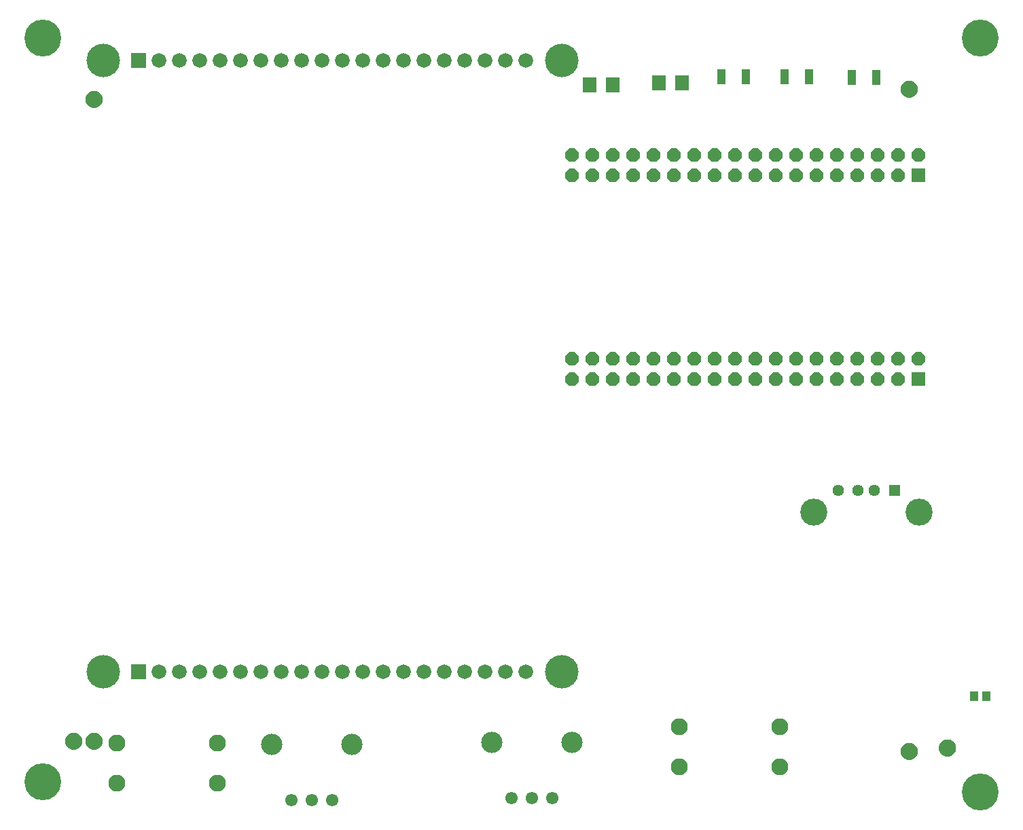
<source format=gbr>
G04 EAGLE Gerber RS-274X export*
G75*
%MOMM*%
%FSLAX34Y34*%
%LPD*%
%INSoldermask Top*%
%IPPOS*%
%AMOC8*
5,1,8,0,0,1.08239X$1,22.5*%
G01*
G04 Define Apertures*
%ADD10R,1.676400X1.676400*%
%ADD11P,1.81452X8X202.5*%
%ADD12R,1.440400X1.440400*%
%ADD13C,1.440400*%
%ADD14C,3.372400*%
%ADD15R,1.828800X1.828800*%
%ADD16C,1.828800*%
%ADD17C,4.168400*%
%ADD18C,1.552400*%
%ADD19C,2.652400*%
%ADD20C,2.112400*%
%ADD21R,1.752400X1.955400*%
%ADD22C,4.597400*%
%ADD23C,0.609600*%
%ADD24C,1.168400*%
%ADD25R,1.102359X1.183641*%
%ADD26R,1.114200X1.864200*%
D10*
X1141728Y552575D03*
D11*
X1141728Y577975D03*
X1116328Y552575D03*
X1116328Y577975D03*
X1090928Y552575D03*
X1090928Y577975D03*
X1065528Y552575D03*
X1065528Y577975D03*
X1040128Y552575D03*
X1040128Y577975D03*
X1014728Y552575D03*
X1014728Y577975D03*
X989328Y552575D03*
X989328Y577975D03*
X963928Y552575D03*
X963928Y577975D03*
X938528Y552575D03*
X938528Y577975D03*
X913128Y552575D03*
X913128Y577975D03*
X887728Y552575D03*
X887728Y577975D03*
X862328Y552575D03*
X862328Y577975D03*
X836928Y552575D03*
X836928Y577975D03*
X811528Y552575D03*
X811528Y577975D03*
X786128Y552575D03*
X786128Y577975D03*
X760728Y552575D03*
X760728Y577975D03*
X735328Y552575D03*
X735328Y577975D03*
X709928Y552575D03*
X709928Y577975D03*
D10*
X1141728Y806575D03*
D11*
X1141728Y831975D03*
X1116328Y806575D03*
X1116328Y831975D03*
X1090928Y806575D03*
X1090928Y831975D03*
X1065528Y806575D03*
X1065528Y831975D03*
X1040128Y806575D03*
X1040128Y831975D03*
X1014728Y806575D03*
X1014728Y831975D03*
X989328Y806575D03*
X989328Y831975D03*
X963928Y806575D03*
X963928Y831975D03*
X938528Y806575D03*
X938528Y831975D03*
X913128Y806575D03*
X913128Y831975D03*
X887728Y806575D03*
X887728Y831975D03*
X862328Y806575D03*
X862328Y831975D03*
X836928Y806575D03*
X836928Y831975D03*
X811528Y806575D03*
X811528Y831975D03*
X786128Y806575D03*
X786128Y831975D03*
X760728Y806575D03*
X760728Y831975D03*
X735328Y806575D03*
X735328Y831975D03*
X709928Y806575D03*
X709928Y831975D03*
D12*
X1112088Y413763D03*
D13*
X1087088Y413763D03*
X1067088Y413763D03*
X1042088Y413763D03*
D14*
X1142788Y386663D03*
X1011388Y386663D03*
D15*
X170180Y949960D03*
D16*
X195580Y949960D03*
X220980Y949960D03*
X246380Y949960D03*
X271780Y949960D03*
X297180Y949960D03*
X322580Y949960D03*
X347980Y949960D03*
X373380Y949960D03*
X398780Y949960D03*
X424180Y949960D03*
X449580Y949960D03*
X474980Y949960D03*
X500380Y949960D03*
X525780Y949960D03*
X551180Y949960D03*
X576580Y949960D03*
X601980Y949960D03*
X627380Y949960D03*
X652780Y949960D03*
D15*
X170180Y187960D03*
D16*
X195580Y187960D03*
X220980Y187960D03*
X246380Y187960D03*
X271780Y187960D03*
X297180Y187960D03*
X322580Y187960D03*
X347980Y187960D03*
X373380Y187960D03*
X398780Y187960D03*
X424180Y187960D03*
X449580Y187960D03*
X474980Y187960D03*
X500380Y187960D03*
X525780Y187960D03*
X551180Y187960D03*
X576580Y187960D03*
X601980Y187960D03*
X627380Y187960D03*
X652780Y187960D03*
D17*
X125730Y187960D03*
X697230Y187960D03*
X125730Y949960D03*
X697230Y949960D03*
D18*
X361080Y27320D03*
X386080Y27320D03*
X411080Y27320D03*
D19*
X336080Y97320D03*
X436080Y97320D03*
D18*
X635400Y29860D03*
X660400Y29860D03*
X685400Y29860D03*
D19*
X610400Y99860D03*
X710400Y99860D03*
D20*
X268240Y98660D03*
X268240Y48660D03*
X143240Y48660D03*
X143240Y98660D03*
X969280Y118980D03*
X969280Y68980D03*
X844280Y68980D03*
X844280Y118980D03*
D21*
X732540Y919480D03*
X760980Y919480D03*
X818900Y922020D03*
X847340Y922020D03*
D22*
X50800Y50800D03*
X50800Y977900D03*
X1219200Y977900D03*
X1219200Y38100D03*
D23*
X1170334Y93029D02*
X1170336Y93216D01*
X1170343Y93403D01*
X1170355Y93590D01*
X1170371Y93776D01*
X1170391Y93962D01*
X1170416Y94147D01*
X1170446Y94332D01*
X1170480Y94516D01*
X1170519Y94699D01*
X1170562Y94881D01*
X1170610Y95061D01*
X1170662Y95241D01*
X1170719Y95419D01*
X1170779Y95596D01*
X1170845Y95771D01*
X1170914Y95945D01*
X1170988Y96117D01*
X1171066Y96287D01*
X1171148Y96455D01*
X1171234Y96621D01*
X1171324Y96785D01*
X1171418Y96946D01*
X1171516Y97106D01*
X1171618Y97262D01*
X1171724Y97417D01*
X1171834Y97568D01*
X1171947Y97717D01*
X1172064Y97863D01*
X1172184Y98006D01*
X1172308Y98146D01*
X1172435Y98283D01*
X1172566Y98417D01*
X1172700Y98548D01*
X1172837Y98675D01*
X1172977Y98799D01*
X1173120Y98919D01*
X1173266Y99036D01*
X1173415Y99149D01*
X1173566Y99259D01*
X1173721Y99365D01*
X1173877Y99467D01*
X1174037Y99565D01*
X1174198Y99659D01*
X1174362Y99749D01*
X1174528Y99835D01*
X1174696Y99917D01*
X1174866Y99995D01*
X1175038Y100069D01*
X1175212Y100138D01*
X1175387Y100204D01*
X1175564Y100264D01*
X1175742Y100321D01*
X1175922Y100373D01*
X1176102Y100421D01*
X1176284Y100464D01*
X1176467Y100503D01*
X1176651Y100537D01*
X1176836Y100567D01*
X1177021Y100592D01*
X1177207Y100612D01*
X1177393Y100628D01*
X1177580Y100640D01*
X1177767Y100647D01*
X1177954Y100649D01*
X1178141Y100647D01*
X1178328Y100640D01*
X1178515Y100628D01*
X1178701Y100612D01*
X1178887Y100592D01*
X1179072Y100567D01*
X1179257Y100537D01*
X1179441Y100503D01*
X1179624Y100464D01*
X1179806Y100421D01*
X1179986Y100373D01*
X1180166Y100321D01*
X1180344Y100264D01*
X1180521Y100204D01*
X1180696Y100138D01*
X1180870Y100069D01*
X1181042Y99995D01*
X1181212Y99917D01*
X1181380Y99835D01*
X1181546Y99749D01*
X1181710Y99659D01*
X1181871Y99565D01*
X1182031Y99467D01*
X1182187Y99365D01*
X1182342Y99259D01*
X1182493Y99149D01*
X1182642Y99036D01*
X1182788Y98919D01*
X1182931Y98799D01*
X1183071Y98675D01*
X1183208Y98548D01*
X1183342Y98417D01*
X1183473Y98283D01*
X1183600Y98146D01*
X1183724Y98006D01*
X1183844Y97863D01*
X1183961Y97717D01*
X1184074Y97568D01*
X1184184Y97417D01*
X1184290Y97262D01*
X1184392Y97106D01*
X1184490Y96946D01*
X1184584Y96785D01*
X1184674Y96621D01*
X1184760Y96455D01*
X1184842Y96287D01*
X1184920Y96117D01*
X1184994Y95945D01*
X1185063Y95771D01*
X1185129Y95596D01*
X1185189Y95419D01*
X1185246Y95241D01*
X1185298Y95061D01*
X1185346Y94881D01*
X1185389Y94699D01*
X1185428Y94516D01*
X1185462Y94332D01*
X1185492Y94147D01*
X1185517Y93962D01*
X1185537Y93776D01*
X1185553Y93590D01*
X1185565Y93403D01*
X1185572Y93216D01*
X1185574Y93029D01*
X1185572Y92842D01*
X1185565Y92655D01*
X1185553Y92468D01*
X1185537Y92282D01*
X1185517Y92096D01*
X1185492Y91911D01*
X1185462Y91726D01*
X1185428Y91542D01*
X1185389Y91359D01*
X1185346Y91177D01*
X1185298Y90997D01*
X1185246Y90817D01*
X1185189Y90639D01*
X1185129Y90462D01*
X1185063Y90287D01*
X1184994Y90113D01*
X1184920Y89941D01*
X1184842Y89771D01*
X1184760Y89603D01*
X1184674Y89437D01*
X1184584Y89273D01*
X1184490Y89112D01*
X1184392Y88952D01*
X1184290Y88796D01*
X1184184Y88641D01*
X1184074Y88490D01*
X1183961Y88341D01*
X1183844Y88195D01*
X1183724Y88052D01*
X1183600Y87912D01*
X1183473Y87775D01*
X1183342Y87641D01*
X1183208Y87510D01*
X1183071Y87383D01*
X1182931Y87259D01*
X1182788Y87139D01*
X1182642Y87022D01*
X1182493Y86909D01*
X1182342Y86799D01*
X1182187Y86693D01*
X1182031Y86591D01*
X1181871Y86493D01*
X1181710Y86399D01*
X1181546Y86309D01*
X1181380Y86223D01*
X1181212Y86141D01*
X1181042Y86063D01*
X1180870Y85989D01*
X1180696Y85920D01*
X1180521Y85854D01*
X1180344Y85794D01*
X1180166Y85737D01*
X1179986Y85685D01*
X1179806Y85637D01*
X1179624Y85594D01*
X1179441Y85555D01*
X1179257Y85521D01*
X1179072Y85491D01*
X1178887Y85466D01*
X1178701Y85446D01*
X1178515Y85430D01*
X1178328Y85418D01*
X1178141Y85411D01*
X1177954Y85409D01*
X1177767Y85411D01*
X1177580Y85418D01*
X1177393Y85430D01*
X1177207Y85446D01*
X1177021Y85466D01*
X1176836Y85491D01*
X1176651Y85521D01*
X1176467Y85555D01*
X1176284Y85594D01*
X1176102Y85637D01*
X1175922Y85685D01*
X1175742Y85737D01*
X1175564Y85794D01*
X1175387Y85854D01*
X1175212Y85920D01*
X1175038Y85989D01*
X1174866Y86063D01*
X1174696Y86141D01*
X1174528Y86223D01*
X1174362Y86309D01*
X1174198Y86399D01*
X1174037Y86493D01*
X1173877Y86591D01*
X1173721Y86693D01*
X1173566Y86799D01*
X1173415Y86909D01*
X1173266Y87022D01*
X1173120Y87139D01*
X1172977Y87259D01*
X1172837Y87383D01*
X1172700Y87510D01*
X1172566Y87641D01*
X1172435Y87775D01*
X1172308Y87912D01*
X1172184Y88052D01*
X1172064Y88195D01*
X1171947Y88341D01*
X1171834Y88490D01*
X1171724Y88641D01*
X1171618Y88796D01*
X1171516Y88952D01*
X1171418Y89112D01*
X1171324Y89273D01*
X1171234Y89437D01*
X1171148Y89603D01*
X1171066Y89771D01*
X1170988Y89941D01*
X1170914Y90113D01*
X1170845Y90287D01*
X1170779Y90462D01*
X1170719Y90639D01*
X1170662Y90817D01*
X1170610Y90997D01*
X1170562Y91177D01*
X1170519Y91359D01*
X1170480Y91542D01*
X1170446Y91726D01*
X1170416Y91911D01*
X1170391Y92096D01*
X1170371Y92282D01*
X1170355Y92468D01*
X1170343Y92655D01*
X1170336Y92842D01*
X1170334Y93029D01*
D24*
X1177954Y93029D03*
D23*
X81280Y101600D02*
X81282Y101787D01*
X81289Y101974D01*
X81301Y102161D01*
X81317Y102347D01*
X81337Y102533D01*
X81362Y102718D01*
X81392Y102903D01*
X81426Y103087D01*
X81465Y103270D01*
X81508Y103452D01*
X81556Y103632D01*
X81608Y103812D01*
X81665Y103990D01*
X81725Y104167D01*
X81791Y104342D01*
X81860Y104516D01*
X81934Y104688D01*
X82012Y104858D01*
X82094Y105026D01*
X82180Y105192D01*
X82270Y105356D01*
X82364Y105517D01*
X82462Y105677D01*
X82564Y105833D01*
X82670Y105988D01*
X82780Y106139D01*
X82893Y106288D01*
X83010Y106434D01*
X83130Y106577D01*
X83254Y106717D01*
X83381Y106854D01*
X83512Y106988D01*
X83646Y107119D01*
X83783Y107246D01*
X83923Y107370D01*
X84066Y107490D01*
X84212Y107607D01*
X84361Y107720D01*
X84512Y107830D01*
X84667Y107936D01*
X84823Y108038D01*
X84983Y108136D01*
X85144Y108230D01*
X85308Y108320D01*
X85474Y108406D01*
X85642Y108488D01*
X85812Y108566D01*
X85984Y108640D01*
X86158Y108709D01*
X86333Y108775D01*
X86510Y108835D01*
X86688Y108892D01*
X86868Y108944D01*
X87048Y108992D01*
X87230Y109035D01*
X87413Y109074D01*
X87597Y109108D01*
X87782Y109138D01*
X87967Y109163D01*
X88153Y109183D01*
X88339Y109199D01*
X88526Y109211D01*
X88713Y109218D01*
X88900Y109220D01*
X89087Y109218D01*
X89274Y109211D01*
X89461Y109199D01*
X89647Y109183D01*
X89833Y109163D01*
X90018Y109138D01*
X90203Y109108D01*
X90387Y109074D01*
X90570Y109035D01*
X90752Y108992D01*
X90932Y108944D01*
X91112Y108892D01*
X91290Y108835D01*
X91467Y108775D01*
X91642Y108709D01*
X91816Y108640D01*
X91988Y108566D01*
X92158Y108488D01*
X92326Y108406D01*
X92492Y108320D01*
X92656Y108230D01*
X92817Y108136D01*
X92977Y108038D01*
X93133Y107936D01*
X93288Y107830D01*
X93439Y107720D01*
X93588Y107607D01*
X93734Y107490D01*
X93877Y107370D01*
X94017Y107246D01*
X94154Y107119D01*
X94288Y106988D01*
X94419Y106854D01*
X94546Y106717D01*
X94670Y106577D01*
X94790Y106434D01*
X94907Y106288D01*
X95020Y106139D01*
X95130Y105988D01*
X95236Y105833D01*
X95338Y105677D01*
X95436Y105517D01*
X95530Y105356D01*
X95620Y105192D01*
X95706Y105026D01*
X95788Y104858D01*
X95866Y104688D01*
X95940Y104516D01*
X96009Y104342D01*
X96075Y104167D01*
X96135Y103990D01*
X96192Y103812D01*
X96244Y103632D01*
X96292Y103452D01*
X96335Y103270D01*
X96374Y103087D01*
X96408Y102903D01*
X96438Y102718D01*
X96463Y102533D01*
X96483Y102347D01*
X96499Y102161D01*
X96511Y101974D01*
X96518Y101787D01*
X96520Y101600D01*
X96518Y101413D01*
X96511Y101226D01*
X96499Y101039D01*
X96483Y100853D01*
X96463Y100667D01*
X96438Y100482D01*
X96408Y100297D01*
X96374Y100113D01*
X96335Y99930D01*
X96292Y99748D01*
X96244Y99568D01*
X96192Y99388D01*
X96135Y99210D01*
X96075Y99033D01*
X96009Y98858D01*
X95940Y98684D01*
X95866Y98512D01*
X95788Y98342D01*
X95706Y98174D01*
X95620Y98008D01*
X95530Y97844D01*
X95436Y97683D01*
X95338Y97523D01*
X95236Y97367D01*
X95130Y97212D01*
X95020Y97061D01*
X94907Y96912D01*
X94790Y96766D01*
X94670Y96623D01*
X94546Y96483D01*
X94419Y96346D01*
X94288Y96212D01*
X94154Y96081D01*
X94017Y95954D01*
X93877Y95830D01*
X93734Y95710D01*
X93588Y95593D01*
X93439Y95480D01*
X93288Y95370D01*
X93133Y95264D01*
X92977Y95162D01*
X92817Y95064D01*
X92656Y94970D01*
X92492Y94880D01*
X92326Y94794D01*
X92158Y94712D01*
X91988Y94634D01*
X91816Y94560D01*
X91642Y94491D01*
X91467Y94425D01*
X91290Y94365D01*
X91112Y94308D01*
X90932Y94256D01*
X90752Y94208D01*
X90570Y94165D01*
X90387Y94126D01*
X90203Y94092D01*
X90018Y94062D01*
X89833Y94037D01*
X89647Y94017D01*
X89461Y94001D01*
X89274Y93989D01*
X89087Y93982D01*
X88900Y93980D01*
X88713Y93982D01*
X88526Y93989D01*
X88339Y94001D01*
X88153Y94017D01*
X87967Y94037D01*
X87782Y94062D01*
X87597Y94092D01*
X87413Y94126D01*
X87230Y94165D01*
X87048Y94208D01*
X86868Y94256D01*
X86688Y94308D01*
X86510Y94365D01*
X86333Y94425D01*
X86158Y94491D01*
X85984Y94560D01*
X85812Y94634D01*
X85642Y94712D01*
X85474Y94794D01*
X85308Y94880D01*
X85144Y94970D01*
X84983Y95064D01*
X84823Y95162D01*
X84667Y95264D01*
X84512Y95370D01*
X84361Y95480D01*
X84212Y95593D01*
X84066Y95710D01*
X83923Y95830D01*
X83783Y95954D01*
X83646Y96081D01*
X83512Y96212D01*
X83381Y96346D01*
X83254Y96483D01*
X83130Y96623D01*
X83010Y96766D01*
X82893Y96912D01*
X82780Y97061D01*
X82670Y97212D01*
X82564Y97367D01*
X82462Y97523D01*
X82364Y97683D01*
X82270Y97844D01*
X82180Y98008D01*
X82094Y98174D01*
X82012Y98342D01*
X81934Y98512D01*
X81860Y98684D01*
X81791Y98858D01*
X81725Y99033D01*
X81665Y99210D01*
X81608Y99388D01*
X81556Y99568D01*
X81508Y99748D01*
X81465Y99930D01*
X81426Y100113D01*
X81392Y100297D01*
X81362Y100482D01*
X81337Y100667D01*
X81317Y100853D01*
X81301Y101039D01*
X81289Y101226D01*
X81282Y101413D01*
X81280Y101600D01*
D24*
X88900Y101600D03*
D23*
X106680Y901700D02*
X106682Y901887D01*
X106689Y902074D01*
X106701Y902261D01*
X106717Y902447D01*
X106737Y902633D01*
X106762Y902818D01*
X106792Y903003D01*
X106826Y903187D01*
X106865Y903370D01*
X106908Y903552D01*
X106956Y903732D01*
X107008Y903912D01*
X107065Y904090D01*
X107125Y904267D01*
X107191Y904442D01*
X107260Y904616D01*
X107334Y904788D01*
X107412Y904958D01*
X107494Y905126D01*
X107580Y905292D01*
X107670Y905456D01*
X107764Y905617D01*
X107862Y905777D01*
X107964Y905933D01*
X108070Y906088D01*
X108180Y906239D01*
X108293Y906388D01*
X108410Y906534D01*
X108530Y906677D01*
X108654Y906817D01*
X108781Y906954D01*
X108912Y907088D01*
X109046Y907219D01*
X109183Y907346D01*
X109323Y907470D01*
X109466Y907590D01*
X109612Y907707D01*
X109761Y907820D01*
X109912Y907930D01*
X110067Y908036D01*
X110223Y908138D01*
X110383Y908236D01*
X110544Y908330D01*
X110708Y908420D01*
X110874Y908506D01*
X111042Y908588D01*
X111212Y908666D01*
X111384Y908740D01*
X111558Y908809D01*
X111733Y908875D01*
X111910Y908935D01*
X112088Y908992D01*
X112268Y909044D01*
X112448Y909092D01*
X112630Y909135D01*
X112813Y909174D01*
X112997Y909208D01*
X113182Y909238D01*
X113367Y909263D01*
X113553Y909283D01*
X113739Y909299D01*
X113926Y909311D01*
X114113Y909318D01*
X114300Y909320D01*
X114487Y909318D01*
X114674Y909311D01*
X114861Y909299D01*
X115047Y909283D01*
X115233Y909263D01*
X115418Y909238D01*
X115603Y909208D01*
X115787Y909174D01*
X115970Y909135D01*
X116152Y909092D01*
X116332Y909044D01*
X116512Y908992D01*
X116690Y908935D01*
X116867Y908875D01*
X117042Y908809D01*
X117216Y908740D01*
X117388Y908666D01*
X117558Y908588D01*
X117726Y908506D01*
X117892Y908420D01*
X118056Y908330D01*
X118217Y908236D01*
X118377Y908138D01*
X118533Y908036D01*
X118688Y907930D01*
X118839Y907820D01*
X118988Y907707D01*
X119134Y907590D01*
X119277Y907470D01*
X119417Y907346D01*
X119554Y907219D01*
X119688Y907088D01*
X119819Y906954D01*
X119946Y906817D01*
X120070Y906677D01*
X120190Y906534D01*
X120307Y906388D01*
X120420Y906239D01*
X120530Y906088D01*
X120636Y905933D01*
X120738Y905777D01*
X120836Y905617D01*
X120930Y905456D01*
X121020Y905292D01*
X121106Y905126D01*
X121188Y904958D01*
X121266Y904788D01*
X121340Y904616D01*
X121409Y904442D01*
X121475Y904267D01*
X121535Y904090D01*
X121592Y903912D01*
X121644Y903732D01*
X121692Y903552D01*
X121735Y903370D01*
X121774Y903187D01*
X121808Y903003D01*
X121838Y902818D01*
X121863Y902633D01*
X121883Y902447D01*
X121899Y902261D01*
X121911Y902074D01*
X121918Y901887D01*
X121920Y901700D01*
X121918Y901513D01*
X121911Y901326D01*
X121899Y901139D01*
X121883Y900953D01*
X121863Y900767D01*
X121838Y900582D01*
X121808Y900397D01*
X121774Y900213D01*
X121735Y900030D01*
X121692Y899848D01*
X121644Y899668D01*
X121592Y899488D01*
X121535Y899310D01*
X121475Y899133D01*
X121409Y898958D01*
X121340Y898784D01*
X121266Y898612D01*
X121188Y898442D01*
X121106Y898274D01*
X121020Y898108D01*
X120930Y897944D01*
X120836Y897783D01*
X120738Y897623D01*
X120636Y897467D01*
X120530Y897312D01*
X120420Y897161D01*
X120307Y897012D01*
X120190Y896866D01*
X120070Y896723D01*
X119946Y896583D01*
X119819Y896446D01*
X119688Y896312D01*
X119554Y896181D01*
X119417Y896054D01*
X119277Y895930D01*
X119134Y895810D01*
X118988Y895693D01*
X118839Y895580D01*
X118688Y895470D01*
X118533Y895364D01*
X118377Y895262D01*
X118217Y895164D01*
X118056Y895070D01*
X117892Y894980D01*
X117726Y894894D01*
X117558Y894812D01*
X117388Y894734D01*
X117216Y894660D01*
X117042Y894591D01*
X116867Y894525D01*
X116690Y894465D01*
X116512Y894408D01*
X116332Y894356D01*
X116152Y894308D01*
X115970Y894265D01*
X115787Y894226D01*
X115603Y894192D01*
X115418Y894162D01*
X115233Y894137D01*
X115047Y894117D01*
X114861Y894101D01*
X114674Y894089D01*
X114487Y894082D01*
X114300Y894080D01*
X114113Y894082D01*
X113926Y894089D01*
X113739Y894101D01*
X113553Y894117D01*
X113367Y894137D01*
X113182Y894162D01*
X112997Y894192D01*
X112813Y894226D01*
X112630Y894265D01*
X112448Y894308D01*
X112268Y894356D01*
X112088Y894408D01*
X111910Y894465D01*
X111733Y894525D01*
X111558Y894591D01*
X111384Y894660D01*
X111212Y894734D01*
X111042Y894812D01*
X110874Y894894D01*
X110708Y894980D01*
X110544Y895070D01*
X110383Y895164D01*
X110223Y895262D01*
X110067Y895364D01*
X109912Y895470D01*
X109761Y895580D01*
X109612Y895693D01*
X109466Y895810D01*
X109323Y895930D01*
X109183Y896054D01*
X109046Y896181D01*
X108912Y896312D01*
X108781Y896446D01*
X108654Y896583D01*
X108530Y896723D01*
X108410Y896866D01*
X108293Y897012D01*
X108180Y897161D01*
X108070Y897312D01*
X107964Y897467D01*
X107862Y897623D01*
X107764Y897783D01*
X107670Y897944D01*
X107580Y898108D01*
X107494Y898274D01*
X107412Y898442D01*
X107334Y898612D01*
X107260Y898784D01*
X107191Y898958D01*
X107125Y899133D01*
X107065Y899310D01*
X107008Y899488D01*
X106956Y899668D01*
X106908Y899848D01*
X106865Y900030D01*
X106826Y900213D01*
X106792Y900397D01*
X106762Y900582D01*
X106737Y900767D01*
X106717Y900953D01*
X106701Y901139D01*
X106689Y901326D01*
X106682Y901513D01*
X106680Y901700D01*
D24*
X114300Y901700D03*
D23*
X1122680Y88900D02*
X1122682Y89087D01*
X1122689Y89274D01*
X1122701Y89461D01*
X1122717Y89647D01*
X1122737Y89833D01*
X1122762Y90018D01*
X1122792Y90203D01*
X1122826Y90387D01*
X1122865Y90570D01*
X1122908Y90752D01*
X1122956Y90932D01*
X1123008Y91112D01*
X1123065Y91290D01*
X1123125Y91467D01*
X1123191Y91642D01*
X1123260Y91816D01*
X1123334Y91988D01*
X1123412Y92158D01*
X1123494Y92326D01*
X1123580Y92492D01*
X1123670Y92656D01*
X1123764Y92817D01*
X1123862Y92977D01*
X1123964Y93133D01*
X1124070Y93288D01*
X1124180Y93439D01*
X1124293Y93588D01*
X1124410Y93734D01*
X1124530Y93877D01*
X1124654Y94017D01*
X1124781Y94154D01*
X1124912Y94288D01*
X1125046Y94419D01*
X1125183Y94546D01*
X1125323Y94670D01*
X1125466Y94790D01*
X1125612Y94907D01*
X1125761Y95020D01*
X1125912Y95130D01*
X1126067Y95236D01*
X1126223Y95338D01*
X1126383Y95436D01*
X1126544Y95530D01*
X1126708Y95620D01*
X1126874Y95706D01*
X1127042Y95788D01*
X1127212Y95866D01*
X1127384Y95940D01*
X1127558Y96009D01*
X1127733Y96075D01*
X1127910Y96135D01*
X1128088Y96192D01*
X1128268Y96244D01*
X1128448Y96292D01*
X1128630Y96335D01*
X1128813Y96374D01*
X1128997Y96408D01*
X1129182Y96438D01*
X1129367Y96463D01*
X1129553Y96483D01*
X1129739Y96499D01*
X1129926Y96511D01*
X1130113Y96518D01*
X1130300Y96520D01*
X1130487Y96518D01*
X1130674Y96511D01*
X1130861Y96499D01*
X1131047Y96483D01*
X1131233Y96463D01*
X1131418Y96438D01*
X1131603Y96408D01*
X1131787Y96374D01*
X1131970Y96335D01*
X1132152Y96292D01*
X1132332Y96244D01*
X1132512Y96192D01*
X1132690Y96135D01*
X1132867Y96075D01*
X1133042Y96009D01*
X1133216Y95940D01*
X1133388Y95866D01*
X1133558Y95788D01*
X1133726Y95706D01*
X1133892Y95620D01*
X1134056Y95530D01*
X1134217Y95436D01*
X1134377Y95338D01*
X1134533Y95236D01*
X1134688Y95130D01*
X1134839Y95020D01*
X1134988Y94907D01*
X1135134Y94790D01*
X1135277Y94670D01*
X1135417Y94546D01*
X1135554Y94419D01*
X1135688Y94288D01*
X1135819Y94154D01*
X1135946Y94017D01*
X1136070Y93877D01*
X1136190Y93734D01*
X1136307Y93588D01*
X1136420Y93439D01*
X1136530Y93288D01*
X1136636Y93133D01*
X1136738Y92977D01*
X1136836Y92817D01*
X1136930Y92656D01*
X1137020Y92492D01*
X1137106Y92326D01*
X1137188Y92158D01*
X1137266Y91988D01*
X1137340Y91816D01*
X1137409Y91642D01*
X1137475Y91467D01*
X1137535Y91290D01*
X1137592Y91112D01*
X1137644Y90932D01*
X1137692Y90752D01*
X1137735Y90570D01*
X1137774Y90387D01*
X1137808Y90203D01*
X1137838Y90018D01*
X1137863Y89833D01*
X1137883Y89647D01*
X1137899Y89461D01*
X1137911Y89274D01*
X1137918Y89087D01*
X1137920Y88900D01*
X1137918Y88713D01*
X1137911Y88526D01*
X1137899Y88339D01*
X1137883Y88153D01*
X1137863Y87967D01*
X1137838Y87782D01*
X1137808Y87597D01*
X1137774Y87413D01*
X1137735Y87230D01*
X1137692Y87048D01*
X1137644Y86868D01*
X1137592Y86688D01*
X1137535Y86510D01*
X1137475Y86333D01*
X1137409Y86158D01*
X1137340Y85984D01*
X1137266Y85812D01*
X1137188Y85642D01*
X1137106Y85474D01*
X1137020Y85308D01*
X1136930Y85144D01*
X1136836Y84983D01*
X1136738Y84823D01*
X1136636Y84667D01*
X1136530Y84512D01*
X1136420Y84361D01*
X1136307Y84212D01*
X1136190Y84066D01*
X1136070Y83923D01*
X1135946Y83783D01*
X1135819Y83646D01*
X1135688Y83512D01*
X1135554Y83381D01*
X1135417Y83254D01*
X1135277Y83130D01*
X1135134Y83010D01*
X1134988Y82893D01*
X1134839Y82780D01*
X1134688Y82670D01*
X1134533Y82564D01*
X1134377Y82462D01*
X1134217Y82364D01*
X1134056Y82270D01*
X1133892Y82180D01*
X1133726Y82094D01*
X1133558Y82012D01*
X1133388Y81934D01*
X1133216Y81860D01*
X1133042Y81791D01*
X1132867Y81725D01*
X1132690Y81665D01*
X1132512Y81608D01*
X1132332Y81556D01*
X1132152Y81508D01*
X1131970Y81465D01*
X1131787Y81426D01*
X1131603Y81392D01*
X1131418Y81362D01*
X1131233Y81337D01*
X1131047Y81317D01*
X1130861Y81301D01*
X1130674Y81289D01*
X1130487Y81282D01*
X1130300Y81280D01*
X1130113Y81282D01*
X1129926Y81289D01*
X1129739Y81301D01*
X1129553Y81317D01*
X1129367Y81337D01*
X1129182Y81362D01*
X1128997Y81392D01*
X1128813Y81426D01*
X1128630Y81465D01*
X1128448Y81508D01*
X1128268Y81556D01*
X1128088Y81608D01*
X1127910Y81665D01*
X1127733Y81725D01*
X1127558Y81791D01*
X1127384Y81860D01*
X1127212Y81934D01*
X1127042Y82012D01*
X1126874Y82094D01*
X1126708Y82180D01*
X1126544Y82270D01*
X1126383Y82364D01*
X1126223Y82462D01*
X1126067Y82564D01*
X1125912Y82670D01*
X1125761Y82780D01*
X1125612Y82893D01*
X1125466Y83010D01*
X1125323Y83130D01*
X1125183Y83254D01*
X1125046Y83381D01*
X1124912Y83512D01*
X1124781Y83646D01*
X1124654Y83783D01*
X1124530Y83923D01*
X1124410Y84066D01*
X1124293Y84212D01*
X1124180Y84361D01*
X1124070Y84512D01*
X1123964Y84667D01*
X1123862Y84823D01*
X1123764Y84983D01*
X1123670Y85144D01*
X1123580Y85308D01*
X1123494Y85474D01*
X1123412Y85642D01*
X1123334Y85812D01*
X1123260Y85984D01*
X1123191Y86158D01*
X1123125Y86333D01*
X1123065Y86510D01*
X1123008Y86688D01*
X1122956Y86868D01*
X1122908Y87048D01*
X1122865Y87230D01*
X1122826Y87413D01*
X1122792Y87597D01*
X1122762Y87782D01*
X1122737Y87967D01*
X1122717Y88153D01*
X1122701Y88339D01*
X1122689Y88526D01*
X1122682Y88713D01*
X1122680Y88900D01*
D24*
X1130300Y88900D03*
D23*
X106680Y101600D02*
X106682Y101787D01*
X106689Y101974D01*
X106701Y102161D01*
X106717Y102347D01*
X106737Y102533D01*
X106762Y102718D01*
X106792Y102903D01*
X106826Y103087D01*
X106865Y103270D01*
X106908Y103452D01*
X106956Y103632D01*
X107008Y103812D01*
X107065Y103990D01*
X107125Y104167D01*
X107191Y104342D01*
X107260Y104516D01*
X107334Y104688D01*
X107412Y104858D01*
X107494Y105026D01*
X107580Y105192D01*
X107670Y105356D01*
X107764Y105517D01*
X107862Y105677D01*
X107964Y105833D01*
X108070Y105988D01*
X108180Y106139D01*
X108293Y106288D01*
X108410Y106434D01*
X108530Y106577D01*
X108654Y106717D01*
X108781Y106854D01*
X108912Y106988D01*
X109046Y107119D01*
X109183Y107246D01*
X109323Y107370D01*
X109466Y107490D01*
X109612Y107607D01*
X109761Y107720D01*
X109912Y107830D01*
X110067Y107936D01*
X110223Y108038D01*
X110383Y108136D01*
X110544Y108230D01*
X110708Y108320D01*
X110874Y108406D01*
X111042Y108488D01*
X111212Y108566D01*
X111384Y108640D01*
X111558Y108709D01*
X111733Y108775D01*
X111910Y108835D01*
X112088Y108892D01*
X112268Y108944D01*
X112448Y108992D01*
X112630Y109035D01*
X112813Y109074D01*
X112997Y109108D01*
X113182Y109138D01*
X113367Y109163D01*
X113553Y109183D01*
X113739Y109199D01*
X113926Y109211D01*
X114113Y109218D01*
X114300Y109220D01*
X114487Y109218D01*
X114674Y109211D01*
X114861Y109199D01*
X115047Y109183D01*
X115233Y109163D01*
X115418Y109138D01*
X115603Y109108D01*
X115787Y109074D01*
X115970Y109035D01*
X116152Y108992D01*
X116332Y108944D01*
X116512Y108892D01*
X116690Y108835D01*
X116867Y108775D01*
X117042Y108709D01*
X117216Y108640D01*
X117388Y108566D01*
X117558Y108488D01*
X117726Y108406D01*
X117892Y108320D01*
X118056Y108230D01*
X118217Y108136D01*
X118377Y108038D01*
X118533Y107936D01*
X118688Y107830D01*
X118839Y107720D01*
X118988Y107607D01*
X119134Y107490D01*
X119277Y107370D01*
X119417Y107246D01*
X119554Y107119D01*
X119688Y106988D01*
X119819Y106854D01*
X119946Y106717D01*
X120070Y106577D01*
X120190Y106434D01*
X120307Y106288D01*
X120420Y106139D01*
X120530Y105988D01*
X120636Y105833D01*
X120738Y105677D01*
X120836Y105517D01*
X120930Y105356D01*
X121020Y105192D01*
X121106Y105026D01*
X121188Y104858D01*
X121266Y104688D01*
X121340Y104516D01*
X121409Y104342D01*
X121475Y104167D01*
X121535Y103990D01*
X121592Y103812D01*
X121644Y103632D01*
X121692Y103452D01*
X121735Y103270D01*
X121774Y103087D01*
X121808Y102903D01*
X121838Y102718D01*
X121863Y102533D01*
X121883Y102347D01*
X121899Y102161D01*
X121911Y101974D01*
X121918Y101787D01*
X121920Y101600D01*
X121918Y101413D01*
X121911Y101226D01*
X121899Y101039D01*
X121883Y100853D01*
X121863Y100667D01*
X121838Y100482D01*
X121808Y100297D01*
X121774Y100113D01*
X121735Y99930D01*
X121692Y99748D01*
X121644Y99568D01*
X121592Y99388D01*
X121535Y99210D01*
X121475Y99033D01*
X121409Y98858D01*
X121340Y98684D01*
X121266Y98512D01*
X121188Y98342D01*
X121106Y98174D01*
X121020Y98008D01*
X120930Y97844D01*
X120836Y97683D01*
X120738Y97523D01*
X120636Y97367D01*
X120530Y97212D01*
X120420Y97061D01*
X120307Y96912D01*
X120190Y96766D01*
X120070Y96623D01*
X119946Y96483D01*
X119819Y96346D01*
X119688Y96212D01*
X119554Y96081D01*
X119417Y95954D01*
X119277Y95830D01*
X119134Y95710D01*
X118988Y95593D01*
X118839Y95480D01*
X118688Y95370D01*
X118533Y95264D01*
X118377Y95162D01*
X118217Y95064D01*
X118056Y94970D01*
X117892Y94880D01*
X117726Y94794D01*
X117558Y94712D01*
X117388Y94634D01*
X117216Y94560D01*
X117042Y94491D01*
X116867Y94425D01*
X116690Y94365D01*
X116512Y94308D01*
X116332Y94256D01*
X116152Y94208D01*
X115970Y94165D01*
X115787Y94126D01*
X115603Y94092D01*
X115418Y94062D01*
X115233Y94037D01*
X115047Y94017D01*
X114861Y94001D01*
X114674Y93989D01*
X114487Y93982D01*
X114300Y93980D01*
X114113Y93982D01*
X113926Y93989D01*
X113739Y94001D01*
X113553Y94017D01*
X113367Y94037D01*
X113182Y94062D01*
X112997Y94092D01*
X112813Y94126D01*
X112630Y94165D01*
X112448Y94208D01*
X112268Y94256D01*
X112088Y94308D01*
X111910Y94365D01*
X111733Y94425D01*
X111558Y94491D01*
X111384Y94560D01*
X111212Y94634D01*
X111042Y94712D01*
X110874Y94794D01*
X110708Y94880D01*
X110544Y94970D01*
X110383Y95064D01*
X110223Y95162D01*
X110067Y95264D01*
X109912Y95370D01*
X109761Y95480D01*
X109612Y95593D01*
X109466Y95710D01*
X109323Y95830D01*
X109183Y95954D01*
X109046Y96081D01*
X108912Y96212D01*
X108781Y96346D01*
X108654Y96483D01*
X108530Y96623D01*
X108410Y96766D01*
X108293Y96912D01*
X108180Y97061D01*
X108070Y97212D01*
X107964Y97367D01*
X107862Y97523D01*
X107764Y97683D01*
X107670Y97844D01*
X107580Y98008D01*
X107494Y98174D01*
X107412Y98342D01*
X107334Y98512D01*
X107260Y98684D01*
X107191Y98858D01*
X107125Y99033D01*
X107065Y99210D01*
X107008Y99388D01*
X106956Y99568D01*
X106908Y99748D01*
X106865Y99930D01*
X106826Y100113D01*
X106792Y100297D01*
X106762Y100482D01*
X106737Y100667D01*
X106717Y100853D01*
X106701Y101039D01*
X106689Y101226D01*
X106682Y101413D01*
X106680Y101600D01*
D24*
X114300Y101600D03*
D23*
X1122680Y914400D02*
X1122682Y914587D01*
X1122689Y914774D01*
X1122701Y914961D01*
X1122717Y915147D01*
X1122737Y915333D01*
X1122762Y915518D01*
X1122792Y915703D01*
X1122826Y915887D01*
X1122865Y916070D01*
X1122908Y916252D01*
X1122956Y916432D01*
X1123008Y916612D01*
X1123065Y916790D01*
X1123125Y916967D01*
X1123191Y917142D01*
X1123260Y917316D01*
X1123334Y917488D01*
X1123412Y917658D01*
X1123494Y917826D01*
X1123580Y917992D01*
X1123670Y918156D01*
X1123764Y918317D01*
X1123862Y918477D01*
X1123964Y918633D01*
X1124070Y918788D01*
X1124180Y918939D01*
X1124293Y919088D01*
X1124410Y919234D01*
X1124530Y919377D01*
X1124654Y919517D01*
X1124781Y919654D01*
X1124912Y919788D01*
X1125046Y919919D01*
X1125183Y920046D01*
X1125323Y920170D01*
X1125466Y920290D01*
X1125612Y920407D01*
X1125761Y920520D01*
X1125912Y920630D01*
X1126067Y920736D01*
X1126223Y920838D01*
X1126383Y920936D01*
X1126544Y921030D01*
X1126708Y921120D01*
X1126874Y921206D01*
X1127042Y921288D01*
X1127212Y921366D01*
X1127384Y921440D01*
X1127558Y921509D01*
X1127733Y921575D01*
X1127910Y921635D01*
X1128088Y921692D01*
X1128268Y921744D01*
X1128448Y921792D01*
X1128630Y921835D01*
X1128813Y921874D01*
X1128997Y921908D01*
X1129182Y921938D01*
X1129367Y921963D01*
X1129553Y921983D01*
X1129739Y921999D01*
X1129926Y922011D01*
X1130113Y922018D01*
X1130300Y922020D01*
X1130487Y922018D01*
X1130674Y922011D01*
X1130861Y921999D01*
X1131047Y921983D01*
X1131233Y921963D01*
X1131418Y921938D01*
X1131603Y921908D01*
X1131787Y921874D01*
X1131970Y921835D01*
X1132152Y921792D01*
X1132332Y921744D01*
X1132512Y921692D01*
X1132690Y921635D01*
X1132867Y921575D01*
X1133042Y921509D01*
X1133216Y921440D01*
X1133388Y921366D01*
X1133558Y921288D01*
X1133726Y921206D01*
X1133892Y921120D01*
X1134056Y921030D01*
X1134217Y920936D01*
X1134377Y920838D01*
X1134533Y920736D01*
X1134688Y920630D01*
X1134839Y920520D01*
X1134988Y920407D01*
X1135134Y920290D01*
X1135277Y920170D01*
X1135417Y920046D01*
X1135554Y919919D01*
X1135688Y919788D01*
X1135819Y919654D01*
X1135946Y919517D01*
X1136070Y919377D01*
X1136190Y919234D01*
X1136307Y919088D01*
X1136420Y918939D01*
X1136530Y918788D01*
X1136636Y918633D01*
X1136738Y918477D01*
X1136836Y918317D01*
X1136930Y918156D01*
X1137020Y917992D01*
X1137106Y917826D01*
X1137188Y917658D01*
X1137266Y917488D01*
X1137340Y917316D01*
X1137409Y917142D01*
X1137475Y916967D01*
X1137535Y916790D01*
X1137592Y916612D01*
X1137644Y916432D01*
X1137692Y916252D01*
X1137735Y916070D01*
X1137774Y915887D01*
X1137808Y915703D01*
X1137838Y915518D01*
X1137863Y915333D01*
X1137883Y915147D01*
X1137899Y914961D01*
X1137911Y914774D01*
X1137918Y914587D01*
X1137920Y914400D01*
X1137918Y914213D01*
X1137911Y914026D01*
X1137899Y913839D01*
X1137883Y913653D01*
X1137863Y913467D01*
X1137838Y913282D01*
X1137808Y913097D01*
X1137774Y912913D01*
X1137735Y912730D01*
X1137692Y912548D01*
X1137644Y912368D01*
X1137592Y912188D01*
X1137535Y912010D01*
X1137475Y911833D01*
X1137409Y911658D01*
X1137340Y911484D01*
X1137266Y911312D01*
X1137188Y911142D01*
X1137106Y910974D01*
X1137020Y910808D01*
X1136930Y910644D01*
X1136836Y910483D01*
X1136738Y910323D01*
X1136636Y910167D01*
X1136530Y910012D01*
X1136420Y909861D01*
X1136307Y909712D01*
X1136190Y909566D01*
X1136070Y909423D01*
X1135946Y909283D01*
X1135819Y909146D01*
X1135688Y909012D01*
X1135554Y908881D01*
X1135417Y908754D01*
X1135277Y908630D01*
X1135134Y908510D01*
X1134988Y908393D01*
X1134839Y908280D01*
X1134688Y908170D01*
X1134533Y908064D01*
X1134377Y907962D01*
X1134217Y907864D01*
X1134056Y907770D01*
X1133892Y907680D01*
X1133726Y907594D01*
X1133558Y907512D01*
X1133388Y907434D01*
X1133216Y907360D01*
X1133042Y907291D01*
X1132867Y907225D01*
X1132690Y907165D01*
X1132512Y907108D01*
X1132332Y907056D01*
X1132152Y907008D01*
X1131970Y906965D01*
X1131787Y906926D01*
X1131603Y906892D01*
X1131418Y906862D01*
X1131233Y906837D01*
X1131047Y906817D01*
X1130861Y906801D01*
X1130674Y906789D01*
X1130487Y906782D01*
X1130300Y906780D01*
X1130113Y906782D01*
X1129926Y906789D01*
X1129739Y906801D01*
X1129553Y906817D01*
X1129367Y906837D01*
X1129182Y906862D01*
X1128997Y906892D01*
X1128813Y906926D01*
X1128630Y906965D01*
X1128448Y907008D01*
X1128268Y907056D01*
X1128088Y907108D01*
X1127910Y907165D01*
X1127733Y907225D01*
X1127558Y907291D01*
X1127384Y907360D01*
X1127212Y907434D01*
X1127042Y907512D01*
X1126874Y907594D01*
X1126708Y907680D01*
X1126544Y907770D01*
X1126383Y907864D01*
X1126223Y907962D01*
X1126067Y908064D01*
X1125912Y908170D01*
X1125761Y908280D01*
X1125612Y908393D01*
X1125466Y908510D01*
X1125323Y908630D01*
X1125183Y908754D01*
X1125046Y908881D01*
X1124912Y909012D01*
X1124781Y909146D01*
X1124654Y909283D01*
X1124530Y909423D01*
X1124410Y909566D01*
X1124293Y909712D01*
X1124180Y909861D01*
X1124070Y910012D01*
X1123964Y910167D01*
X1123862Y910323D01*
X1123764Y910483D01*
X1123670Y910644D01*
X1123580Y910808D01*
X1123494Y910974D01*
X1123412Y911142D01*
X1123334Y911312D01*
X1123260Y911484D01*
X1123191Y911658D01*
X1123125Y911833D01*
X1123065Y912010D01*
X1123008Y912188D01*
X1122956Y912368D01*
X1122908Y912548D01*
X1122865Y912730D01*
X1122826Y912913D01*
X1122792Y913097D01*
X1122762Y913282D01*
X1122737Y913467D01*
X1122717Y913653D01*
X1122701Y913839D01*
X1122689Y914026D01*
X1122682Y914213D01*
X1122680Y914400D01*
D24*
X1130300Y914400D03*
D25*
X1211199Y157480D03*
X1227201Y157480D03*
D26*
X896610Y929640D03*
X927110Y929640D03*
X975350Y929640D03*
X1005850Y929640D03*
X1059170Y928370D03*
X1089670Y928370D03*
M02*

</source>
